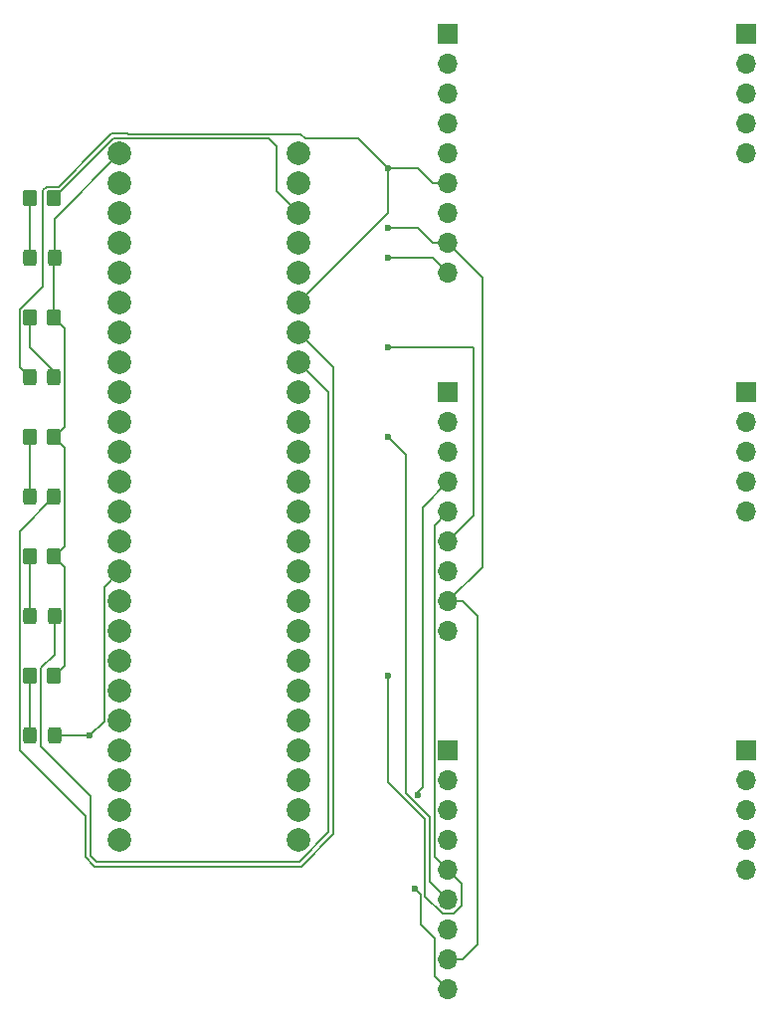
<source format=gbr>
%TF.GenerationSoftware,KiCad,Pcbnew,7.0.7*%
%TF.CreationDate,2024-03-24T00:47:58-04:00*%
%TF.ProjectId,Ground Reciever,47726f75-6e64-4205-9265-636965766572,rev?*%
%TF.SameCoordinates,Original*%
%TF.FileFunction,Copper,L1,Top*%
%TF.FilePolarity,Positive*%
%FSLAX46Y46*%
G04 Gerber Fmt 4.6, Leading zero omitted, Abs format (unit mm)*
G04 Created by KiCad (PCBNEW 7.0.7) date 2024-03-24 00:47:58*
%MOMM*%
%LPD*%
G01*
G04 APERTURE LIST*
G04 Aperture macros list*
%AMRoundRect*
0 Rectangle with rounded corners*
0 $1 Rounding radius*
0 $2 $3 $4 $5 $6 $7 $8 $9 X,Y pos of 4 corners*
0 Add a 4 corners polygon primitive as box body*
4,1,4,$2,$3,$4,$5,$6,$7,$8,$9,$2,$3,0*
0 Add four circle primitives for the rounded corners*
1,1,$1+$1,$2,$3*
1,1,$1+$1,$4,$5*
1,1,$1+$1,$6,$7*
1,1,$1+$1,$8,$9*
0 Add four rect primitives between the rounded corners*
20,1,$1+$1,$2,$3,$4,$5,0*
20,1,$1+$1,$4,$5,$6,$7,0*
20,1,$1+$1,$6,$7,$8,$9,0*
20,1,$1+$1,$8,$9,$2,$3,0*%
G04 Aperture macros list end*
%TA.AperFunction,ComponentPad*%
%ADD10R,1.700000X1.700000*%
%TD*%
%TA.AperFunction,ComponentPad*%
%ADD11O,1.700000X1.700000*%
%TD*%
%TA.AperFunction,SMDPad,CuDef*%
%ADD12RoundRect,0.250000X-0.350000X-0.450000X0.350000X-0.450000X0.350000X0.450000X-0.350000X0.450000X0*%
%TD*%
%TA.AperFunction,ComponentPad*%
%ADD13C,2.000000*%
%TD*%
%TA.AperFunction,SMDPad,CuDef*%
%ADD14RoundRect,0.250000X-0.325000X-0.450000X0.325000X-0.450000X0.325000X0.450000X-0.325000X0.450000X0*%
%TD*%
%TA.AperFunction,SMDPad,CuDef*%
%ADD15RoundRect,0.250000X0.325000X0.450000X-0.325000X0.450000X-0.325000X-0.450000X0.325000X-0.450000X0*%
%TD*%
%TA.AperFunction,SMDPad,CuDef*%
%ADD16RoundRect,0.250000X0.350000X0.450000X-0.350000X0.450000X-0.350000X-0.450000X0.350000X-0.450000X0*%
%TD*%
%TA.AperFunction,ViaPad*%
%ADD17C,0.600000*%
%TD*%
%TA.AperFunction,Conductor*%
%ADD18C,0.200000*%
%TD*%
G04 APERTURE END LIST*
D10*
%TO.P,J3,1,Pin_1*%
%TO.N,/RST2*%
X152400000Y-85090000D03*
D11*
%TO.P,J3,2,Pin_2*%
%TO.N,/CS2*%
X152400000Y-87630000D03*
%TO.P,J3,3,Pin_3*%
%TO.N,/MOSI*%
X152400000Y-90170000D03*
%TO.P,J3,4,Pin_4*%
%TO.N,/MISO*%
X152400000Y-92710000D03*
%TO.P,J3,5,Pin_5*%
%TO.N,/SCK*%
X152400000Y-95250000D03*
%TO.P,J3,6,Pin_6*%
%TO.N,/INT2*%
X152400000Y-97790000D03*
%TO.P,J3,7,Pin_7*%
%TO.N,unconnected-(J3-Pin_7-Pad7)*%
X152400000Y-100330000D03*
%TO.P,J3,8,Pin_8*%
%TO.N,/GND*%
X152400000Y-102870000D03*
%TO.P,J3,9,Pin_9*%
%TO.N,/3.3V A*%
X152400000Y-105410000D03*
%TD*%
D12*
%TO.P,R2,1*%
%TO.N,Net-(D2-K)*%
X116840000Y-88900000D03*
%TO.P,R2,2*%
%TO.N,/GND*%
X118840000Y-88900000D03*
%TD*%
%TO.P,R4,1*%
%TO.N,Net-(D4-A)*%
X116840000Y-68580000D03*
%TO.P,R4,2*%
%TO.N,/3.3V A*%
X118840000Y-68580000D03*
%TD*%
D10*
%TO.P,J2,1,Pin_1*%
%TO.N,unconnected-(J2-Pin_1-Pad1)*%
X177800000Y-54610000D03*
D11*
%TO.P,J2,2,Pin_2*%
%TO.N,unconnected-(J2-Pin_2-Pad2)*%
X177800000Y-57150000D03*
%TO.P,J2,3,Pin_3*%
%TO.N,unconnected-(J2-Pin_3-Pad3)*%
X177800000Y-59690000D03*
%TO.P,J2,4,Pin_4*%
%TO.N,unconnected-(J2-Pin_4-Pad4)*%
X177800000Y-62230000D03*
%TO.P,J2,5,Pin_5*%
%TO.N,unconnected-(J2-Pin_5-Pad5)*%
X177800000Y-64770000D03*
%TD*%
D13*
%TO.P,Teensy4.1,0,GND*%
%TO.N,/GND*%
X124460000Y-64770000D03*
%TO.P,Teensy4.1,1,RX1*%
%TO.N,unconnected-(Teensy4.1-RX1-Pad1)*%
X124460000Y-67310000D03*
%TO.P,Teensy4.1,2,TX1*%
%TO.N,unconnected-(Teensy4.1-TX1-Pad2)*%
X124460000Y-69850000D03*
%TO.P,Teensy4.1,3,PWM*%
%TO.N,unconnected-(Teensy4.1-PWM-Pad3)*%
X124460000Y-72390000D03*
%TO.P,Teensy4.1,4,PWM*%
%TO.N,unconnected-(Teensy4.1-PWM-Pad4)*%
X124460000Y-74930000D03*
%TO.P,Teensy4.1,5,PWM*%
%TO.N,/RST1*%
X124460000Y-77470000D03*
%TO.P,Teensy4.1,6,PWM*%
%TO.N,/RST2*%
X124460000Y-80010000D03*
%TO.P,Teensy4.1,7,PWM*%
%TO.N,/RST3*%
X124460000Y-82550000D03*
%TO.P,Teensy4.1,8,RX2*%
%TO.N,unconnected-(Teensy4.1-RX2-Pad8)*%
X124460000Y-85090000D03*
%TO.P,Teensy4.1,9,TX2*%
%TO.N,unconnected-(Teensy4.1-TX2-Pad9)*%
X124460000Y-87630000D03*
%TO.P,Teensy4.1,10,PWM*%
%TO.N,unconnected-(Teensy4.1-PWM-Pad10)*%
X124460000Y-90170000D03*
%TO.P,Teensy4.1,11,CS*%
%TO.N,unconnected-(Teensy4.1-CS-Pad11)*%
X124460000Y-92710000D03*
%TO.P,Teensy4.1,12,MOSI*%
%TO.N,/MOSI*%
X124460000Y-95250000D03*
%TO.P,Teensy4.1,13,MISO*%
%TO.N,/MISO*%
X124460000Y-97790000D03*
%TO.P,Teensy4.1,14,3.3V*%
%TO.N,/3.3V B*%
X124460000Y-100330000D03*
%TO.P,Teensy4.1,15,SCL2*%
%TO.N,unconnected-(Teensy4.1-SCL2-Pad15)*%
X124460000Y-102870000D03*
%TO.P,Teensy4.1,16,SDA2*%
%TO.N,unconnected-(Teensy4.1-SDA2-Pad16)*%
X124460000Y-105410000D03*
%TO.P,Teensy4.1,17,MOSI1*%
%TO.N,unconnected-(Teensy4.1-MOSI1-Pad17)*%
X124460000Y-107950000D03*
%TO.P,Teensy4.1,18,SCK1*%
%TO.N,unconnected-(Teensy4.1-SCK1-Pad18)*%
X124460000Y-110490000D03*
%TO.P,Teensy4.1,19,RX7*%
%TO.N,unconnected-(Teensy4.1-RX7-Pad19)*%
X124460000Y-113030000D03*
%TO.P,Teensy4.1,20,TX7*%
%TO.N,unconnected-(Teensy4.1-TX7-Pad20)*%
X124460000Y-115570000D03*
%TO.P,Teensy4.1,21,GPIO*%
%TO.N,unconnected-(Teensy4.1-GPIO-Pad21)*%
X124460000Y-118110000D03*
%TO.P,Teensy4.1,22,GPIO*%
%TO.N,unconnected-(Teensy4.1-GPIO-Pad22)*%
X124460000Y-120650000D03*
%TO.P,Teensy4.1,23,GPIO*%
%TO.N,unconnected-(Teensy4.1-GPIO-Pad23)*%
X124460000Y-123190000D03*
%TO.P,Teensy4.1,24,PWM*%
%TO.N,unconnected-(Teensy4.1-PWM-Pad24)*%
X139700000Y-123190000D03*
%TO.P,Teensy4.1,25,RX8*%
%TO.N,unconnected-(Teensy4.1-RX8-Pad25)*%
X139700000Y-120650000D03*
%TO.P,Teensy4.1,26,TX8*%
%TO.N,unconnected-(Teensy4.1-TX8-Pad26)*%
X139700000Y-118110000D03*
%TO.P,Teensy4.1,27,PWM*%
%TO.N,/CS3*%
X139700000Y-115570000D03*
%TO.P,Teensy4.1,28,PWM*%
%TO.N,/CS2*%
X139700000Y-113030000D03*
%TO.P,Teensy4.1,29,CS1*%
%TO.N,/CS1*%
X139700000Y-110490000D03*
%TO.P,Teensy4.1,30,MISO*%
%TO.N,unconnected-(Teensy4.1-MISO-Pad30)*%
X139700000Y-107950000D03*
%TO.P,Teensy4.1,31,A16*%
%TO.N,unconnected-(Teensy4.1-A16-Pad31)*%
X139700000Y-105410000D03*
%TO.P,Teensy4.1,32,A17*%
%TO.N,unconnected-(Teensy4.1-A17-Pad32)*%
X139700000Y-102870000D03*
%TO.P,Teensy4.1,33,GND*%
%TO.N,unconnected-(Teensy4.1-GND-Pad33)*%
X139700000Y-100330000D03*
%TO.P,Teensy4.1,34,SCK*%
%TO.N,/SCK*%
X139700000Y-97790000D03*
%TO.P,Teensy4.1,35,A0*%
%TO.N,unconnected-(Teensy4.1-A0-Pad35)*%
X139700000Y-95250000D03*
%TO.P,Teensy4.1,36,A1*%
%TO.N,unconnected-(Teensy4.1-A1-Pad36)*%
X139700000Y-92710000D03*
%TO.P,Teensy4.1,37,A2*%
%TO.N,unconnected-(Teensy4.1-A2-Pad37)*%
X139700000Y-90170000D03*
%TO.P,Teensy4.1,38,A3*%
%TO.N,unconnected-(Teensy4.1-A3-Pad38)*%
X139700000Y-87630000D03*
%TO.P,Teensy4.1,39,SDA*%
%TO.N,unconnected-(Teensy4.1-SDA-Pad39)*%
X139700000Y-85090000D03*
%TO.P,Teensy4.1,40,SCL*%
%TO.N,/INT3*%
X139700000Y-82550000D03*
%TO.P,Teensy4.1,41,TX5*%
%TO.N,/INT2*%
X139700000Y-80010000D03*
%TO.P,Teensy4.1,42,RX5*%
%TO.N,/INT1*%
X139700000Y-77470000D03*
%TO.P,Teensy4.1,43,PWM*%
%TO.N,unconnected-(Teensy4.1-PWM-Pad43)*%
X139700000Y-74930000D03*
%TO.P,Teensy4.1,44,PWM*%
%TO.N,unconnected-(Teensy4.1-PWM-Pad44)*%
X139700000Y-72390000D03*
%TO.P,Teensy4.1,45,3.3V*%
%TO.N,/3.3V A*%
X139700000Y-69850000D03*
%TO.P,Teensy4.1,46,GND*%
%TO.N,unconnected-(Teensy4.1-GND-Pad46)*%
X139700000Y-67310000D03*
%TO.P,Teensy4.1,47,Vin*%
%TO.N,unconnected-(Teensy4.1-Vin-Pad47)*%
X139700000Y-64770000D03*
%TD*%
D10*
%TO.P,J5,1,Pin_1*%
%TO.N,/RST3*%
X152400000Y-115570000D03*
D11*
%TO.P,J5,2,Pin_2*%
%TO.N,/CS3*%
X152400000Y-118110000D03*
%TO.P,J5,3,Pin_3*%
%TO.N,/MOSI*%
X152400000Y-120650000D03*
%TO.P,J5,4,Pin_4*%
%TO.N,/MISO*%
X152400000Y-123190000D03*
%TO.P,J5,5,Pin_5*%
%TO.N,/SCK*%
X152400000Y-125730000D03*
%TO.P,J5,6,Pin_6*%
%TO.N,/INT3*%
X152400000Y-128270000D03*
%TO.P,J5,7,Pin_7*%
%TO.N,unconnected-(J5-Pin_7-Pad7)*%
X152400000Y-130810000D03*
%TO.P,J5,8,Pin_8*%
%TO.N,/GND*%
X152400000Y-133350000D03*
%TO.P,J5,9,Pin_9*%
%TO.N,/3.3V B*%
X152400000Y-135890000D03*
%TD*%
D14*
%TO.P,D3,1,K*%
%TO.N,Net-(D3-K)*%
X116840000Y-104140000D03*
%TO.P,D3,2,A*%
%TO.N,/INT3*%
X118890000Y-104140000D03*
%TD*%
D15*
%TO.P,D4,1,K*%
%TO.N,/GND*%
X118890000Y-73660000D03*
%TO.P,D4,2,A*%
%TO.N,Net-(D4-A)*%
X116840000Y-73660000D03*
%TD*%
D12*
%TO.P,R3,1*%
%TO.N,Net-(D3-K)*%
X116840000Y-99060000D03*
%TO.P,R3,2*%
%TO.N,/GND*%
X118840000Y-99060000D03*
%TD*%
D14*
%TO.P,D2,1,K*%
%TO.N,Net-(D2-K)*%
X116815000Y-93980000D03*
%TO.P,D2,2,A*%
%TO.N,/INT2*%
X118865000Y-93980000D03*
%TD*%
D15*
%TO.P,D1,1,K*%
%TO.N,Net-(D1-K)*%
X118865000Y-83820000D03*
%TO.P,D1,2,A*%
%TO.N,/INT1*%
X116815000Y-83820000D03*
%TD*%
D12*
%TO.P,R1,1*%
%TO.N,Net-(D1-K)*%
X116840000Y-78740000D03*
%TO.P,R1,2*%
%TO.N,/GND*%
X118840000Y-78740000D03*
%TD*%
D10*
%TO.P,J6,1,Pin_1*%
%TO.N,unconnected-(J6-Pin_1-Pad1)*%
X177800000Y-115570000D03*
D11*
%TO.P,J6,2,Pin_2*%
%TO.N,unconnected-(J6-Pin_2-Pad2)*%
X177800000Y-118110000D03*
%TO.P,J6,3,Pin_3*%
%TO.N,unconnected-(J6-Pin_3-Pad3)*%
X177800000Y-120650000D03*
%TO.P,J6,4,Pin_4*%
%TO.N,unconnected-(J6-Pin_4-Pad4)*%
X177800000Y-123190000D03*
%TO.P,J6,5,Pin_5*%
%TO.N,unconnected-(J6-Pin_5-Pad5)*%
X177800000Y-125730000D03*
%TD*%
D10*
%TO.P,J4,1,Pin_1*%
%TO.N,unconnected-(J4-Pin_1-Pad1)*%
X177800000Y-85090000D03*
D11*
%TO.P,J4,2,Pin_2*%
%TO.N,unconnected-(J4-Pin_2-Pad2)*%
X177800000Y-87630000D03*
%TO.P,J4,3,Pin_3*%
%TO.N,unconnected-(J4-Pin_3-Pad3)*%
X177800000Y-90170000D03*
%TO.P,J4,4,Pin_4*%
%TO.N,unconnected-(J4-Pin_4-Pad4)*%
X177800000Y-92710000D03*
%TO.P,J4,5,Pin_5*%
%TO.N,unconnected-(J4-Pin_5-Pad5)*%
X177800000Y-95250000D03*
%TD*%
D10*
%TO.P,J1,1,Pin_1*%
%TO.N,/RST1*%
X152400000Y-54610000D03*
D11*
%TO.P,J1,2,Pin_2*%
%TO.N,/CS1*%
X152400000Y-57150000D03*
%TO.P,J1,3,Pin_3*%
%TO.N,/MOSI*%
X152400000Y-59690000D03*
%TO.P,J1,4,Pin_4*%
%TO.N,/MISO*%
X152400000Y-62230000D03*
%TO.P,J1,5,Pin_5*%
%TO.N,/SCK*%
X152400000Y-64770000D03*
%TO.P,J1,6,Pin_6*%
%TO.N,/INT1*%
X152400000Y-67310000D03*
%TO.P,J1,7,Pin_7*%
%TO.N,unconnected-(J1-Pin_7-Pad7)*%
X152400000Y-69850000D03*
%TO.P,J1,8,Pin_8*%
%TO.N,/GND*%
X152400000Y-72390000D03*
%TO.P,J1,9,Pin_9*%
%TO.N,/3.3V A*%
X152400000Y-74930000D03*
%TD*%
D16*
%TO.P,R5,1*%
%TO.N,/GND*%
X118840000Y-109220000D03*
%TO.P,R5,2*%
%TO.N,Net-(D5-K)*%
X116840000Y-109220000D03*
%TD*%
D14*
%TO.P,D5,1,K*%
%TO.N,Net-(D5-K)*%
X116840000Y-114300000D03*
%TO.P,D5,2,A*%
%TO.N,/3.3V B*%
X118890000Y-114300000D03*
%TD*%
D17*
%TO.N,/MISO*%
X149860000Y-119380000D03*
%TO.N,/SCK*%
X147320000Y-109220000D03*
%TO.N,/INT1*%
X147320000Y-66040000D03*
%TO.N,/GND*%
X147320000Y-71120000D03*
%TO.N,/3.3V A*%
X147320000Y-73660000D03*
%TO.N,/INT2*%
X147320000Y-81280000D03*
%TO.N,/3.3V B*%
X121920000Y-114300000D03*
X149568197Y-127342743D03*
%TO.N,/INT3*%
X147320000Y-88900000D03*
%TD*%
D18*
%TO.N,/INT3*%
X150850000Y-121218529D02*
X150850000Y-126720000D01*
X148800000Y-119168529D02*
X150850000Y-121218529D01*
X148800000Y-90380000D02*
X148800000Y-119168529D01*
X150850000Y-126720000D02*
X152400000Y-128270000D01*
X147320000Y-88900000D02*
X148800000Y-90380000D01*
%TO.N,/INT1*%
X147320000Y-69850000D02*
X139700000Y-77470000D01*
X147320000Y-66040000D02*
X147320000Y-69850000D01*
%TO.N,/INT2*%
X154600000Y-95590000D02*
X152400000Y-97790000D01*
X154600000Y-81280000D02*
X154600000Y-95590000D01*
X147320000Y-81280000D02*
X154600000Y-81280000D01*
%TO.N,/INT3*%
X142240000Y-85090000D02*
X139700000Y-82550000D01*
X142240000Y-122488478D02*
X142240000Y-85090000D01*
X122460000Y-125000000D02*
X139728478Y-125000000D01*
X139728478Y-125000000D02*
X142240000Y-122488478D01*
X117740000Y-115200000D02*
X121950000Y-119410000D01*
X118890000Y-107392183D02*
X117740000Y-108542183D01*
X117740000Y-108542183D02*
X117740000Y-115200000D01*
X118890000Y-104140000D02*
X118890000Y-107392183D01*
X121950000Y-119410000D02*
X121950000Y-124490000D01*
X121950000Y-124490000D02*
X122460000Y-125000000D01*
%TO.N,/INT2*%
X142640000Y-82950000D02*
X139700000Y-80010000D01*
X139894163Y-125400000D02*
X142640000Y-122654163D01*
X121520000Y-121098503D02*
X121520000Y-124625686D01*
X115940000Y-115518503D02*
X121520000Y-121098503D01*
X122294314Y-125400000D02*
X139894163Y-125400000D01*
X142640000Y-122654163D02*
X142640000Y-82950000D01*
X115940000Y-96905000D02*
X115940000Y-115518503D01*
X118865000Y-93980000D02*
X115940000Y-96905000D01*
X121520000Y-124625686D02*
X122294314Y-125400000D01*
%TO.N,/MISO*%
X149860000Y-119380000D02*
X149860000Y-119097157D01*
X149860000Y-119097157D02*
X150260000Y-118697157D01*
X150260000Y-94850000D02*
X152400000Y-92710000D01*
X150260000Y-118697157D02*
X150260000Y-94850000D01*
%TO.N,/SCK*%
X150450000Y-127946346D02*
X151923654Y-129420000D01*
X153550000Y-126880000D02*
X152400000Y-125730000D01*
X151250000Y-96400000D02*
X151250000Y-124580000D01*
X151250000Y-124580000D02*
X152400000Y-125730000D01*
X151923654Y-129420000D02*
X152876346Y-129420000D01*
X147320000Y-118254215D02*
X150450000Y-121384215D01*
X152876346Y-129420000D02*
X153550000Y-128746346D01*
X147320000Y-109220000D02*
X147320000Y-118254215D01*
X153550000Y-128746346D02*
X153550000Y-126880000D01*
X152400000Y-95250000D02*
X151250000Y-96400000D01*
X150450000Y-121384215D02*
X150450000Y-127946346D01*
%TO.N,/INT1*%
X119274314Y-67580000D02*
X122760000Y-64094314D01*
X117940000Y-76062183D02*
X117940000Y-67902183D01*
X122760000Y-64065836D02*
X123755837Y-63070000D01*
X115940000Y-82945000D02*
X115940000Y-78062183D01*
X125194164Y-63100000D02*
X139868478Y-63100000D01*
X116815000Y-83820000D02*
X115940000Y-82945000D01*
X140268478Y-63500000D02*
X144780000Y-63500000D01*
X144780000Y-63500000D02*
X147320000Y-66040000D01*
X139868478Y-63100000D02*
X140268478Y-63500000D01*
X115940000Y-78062183D02*
X117940000Y-76062183D01*
X125164163Y-63070000D02*
X125194164Y-63100000D01*
X151130000Y-67310000D02*
X152400000Y-67310000D01*
X147320000Y-66040000D02*
X149860000Y-66040000D01*
X117940000Y-67902183D02*
X118262183Y-67580000D01*
X123755837Y-63070000D02*
X125164163Y-63070000D01*
X118262183Y-67580000D02*
X119274314Y-67580000D01*
X122760000Y-64094314D02*
X122760000Y-64065836D01*
X149860000Y-66040000D02*
X151130000Y-67310000D01*
%TO.N,/GND*%
X153670000Y-133350000D02*
X154940000Y-132080000D01*
X155340000Y-75330000D02*
X152400000Y-72390000D01*
X118840000Y-88900000D02*
X119740000Y-89800000D01*
X154940000Y-132080000D02*
X154940000Y-104140000D01*
X119740000Y-98160000D02*
X118840000Y-99060000D01*
X118840000Y-78740000D02*
X119740000Y-79640000D01*
X152400000Y-102870000D02*
X155340000Y-99930000D01*
X119740000Y-89800000D02*
X119740000Y-98160000D01*
X118840000Y-73710000D02*
X118840000Y-78740000D01*
X118840000Y-99060000D02*
X119765000Y-99985000D01*
X151130000Y-72390000D02*
X152400000Y-72390000D01*
X154940000Y-104140000D02*
X153670000Y-102870000D01*
X118890000Y-73660000D02*
X118840000Y-73710000D01*
X119765000Y-99985000D02*
X119765000Y-108295000D01*
X149860000Y-71120000D02*
X151130000Y-72390000D01*
X119740000Y-88000000D02*
X118840000Y-88900000D01*
X147320000Y-71120000D02*
X149860000Y-71120000D01*
X119765000Y-108295000D02*
X118840000Y-109220000D01*
X153670000Y-102870000D02*
X152400000Y-102870000D01*
X152400000Y-133350000D02*
X153670000Y-133350000D01*
X119740000Y-79640000D02*
X119740000Y-88000000D01*
X118890000Y-70340000D02*
X124460000Y-64770000D01*
X118890000Y-73660000D02*
X118890000Y-70340000D01*
X155340000Y-99930000D02*
X155340000Y-75330000D01*
%TO.N,/3.3V A*%
X151130000Y-73660000D02*
X147320000Y-73660000D01*
X137160000Y-63500000D02*
X137765000Y-64105000D01*
X123921522Y-63470000D02*
X124998478Y-63470000D01*
X123160000Y-64260000D02*
X123160000Y-64231522D01*
X125028478Y-63500000D02*
X137160000Y-63500000D01*
X118840000Y-68580000D02*
X123160000Y-64260000D01*
X137765000Y-64105000D02*
X137765000Y-67915000D01*
X137765000Y-67915000D02*
X139700000Y-69850000D01*
X124998478Y-63470000D02*
X125028478Y-63500000D01*
X123160000Y-64231522D02*
X123921522Y-63470000D01*
X152400000Y-74930000D02*
X151130000Y-73660000D01*
%TO.N,/3.3V B*%
X123160000Y-113060000D02*
X123160000Y-101630000D01*
X121920000Y-114300000D02*
X123160000Y-113060000D01*
X152400000Y-135890000D02*
X151250000Y-134740000D01*
X150050000Y-130326346D02*
X150050000Y-127824546D01*
X118890000Y-114300000D02*
X121920000Y-114300000D01*
X151250000Y-134740000D02*
X151250000Y-131526346D01*
X150050000Y-127824546D02*
X149568197Y-127342743D01*
X123160000Y-101630000D02*
X124460000Y-100330000D01*
X151250000Y-131526346D02*
X150050000Y-130326346D01*
%TO.N,Net-(D1-K)*%
X116840000Y-78740000D02*
X116840000Y-81280000D01*
X118865000Y-83305000D02*
X118865000Y-83820000D01*
X116840000Y-81280000D02*
X118865000Y-83305000D01*
%TO.N,Net-(D2-K)*%
X116815000Y-93980000D02*
X116815000Y-88925000D01*
X116815000Y-88925000D02*
X116840000Y-88900000D01*
%TO.N,Net-(D3-K)*%
X116840000Y-104140000D02*
X116840000Y-99060000D01*
%TO.N,Net-(D4-A)*%
X116840000Y-68580000D02*
X116840000Y-73660000D01*
%TO.N,Net-(D5-K)*%
X116840000Y-109220000D02*
X116840000Y-114300000D01*
%TD*%
M02*

</source>
